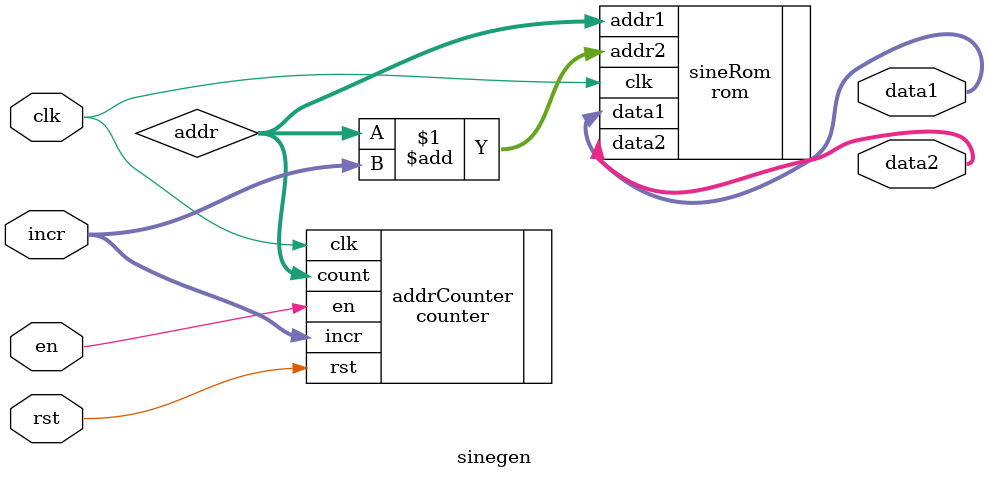
<source format=sv>
module sinegen #(
    parameter A_WIDTH = 8,
              D_WIDTH = 8
)(
    input logic clk,
    input logic rst, 
    input logic en,
    input logic [D_WIDTH-1:0] incr,
    output logic [D_WIDTH-1:0] data1,
    output logic [D_WIDTH-1:0] data2
);
    logic [A_WIDTH-1:0] addr;

counter addrCounter (
    .clk (clk),
    .rst (rst),
    .en (en),
    .incr (incr),
    .count (addr),
);

rom sineRom (
    .clk (clk),
    .addr1 (addr),
    .addr2 (addr + incr),
    .data1 (data1),
    .data2 (data2)
);

endmodule

</source>
